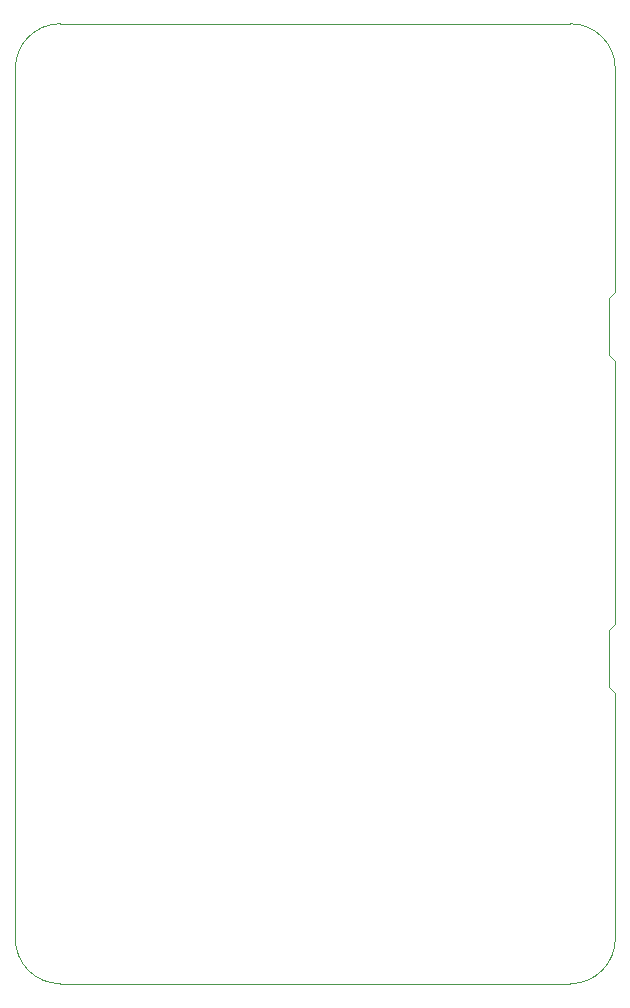
<source format=gm1>
G04 #@! TF.GenerationSoftware,KiCad,Pcbnew,(5.1.5)-3*
G04 #@! TF.CreationDate,2021-07-31T13:35:11-07:00*
G04 #@! TF.ProjectId,allfc,616c6c66-632e-46b6-9963-61645f706362,rev?*
G04 #@! TF.SameCoordinates,Original*
G04 #@! TF.FileFunction,Profile,NP*
%FSLAX46Y46*%
G04 Gerber Fmt 4.6, Leading zero omitted, Abs format (unit mm)*
G04 Created by KiCad (PCBNEW (5.1.5)-3) date 2021-07-31 13:35:11*
%MOMM*%
%LPD*%
G04 APERTURE LIST*
%ADD10C,0.050000*%
G04 APERTURE END LIST*
D10*
X116840000Y-120142000D02*
X116840000Y-140970000D01*
X116332000Y-119634000D02*
X116332000Y-114808000D01*
X116840000Y-114300000D02*
X116332000Y-114808000D01*
X116840000Y-120142000D02*
X116332000Y-119634000D01*
X116332000Y-91567000D02*
X116332000Y-86741000D01*
X116840000Y-92075000D02*
X116332000Y-91567000D01*
X116840000Y-86233000D02*
X116332000Y-86741000D01*
X116840000Y-92075000D02*
X116840000Y-114300000D01*
X69850000Y-144780000D02*
G75*
G02X66040000Y-140970000I0J3810000D01*
G01*
X116840000Y-140970000D02*
G75*
G02X113030000Y-144780000I-3810000J0D01*
G01*
X113030000Y-63500000D02*
G75*
G02X116840000Y-67310000I0J-3810000D01*
G01*
X66040000Y-67310000D02*
G75*
G02X69850000Y-63500000I3810000J0D01*
G01*
X66040000Y-140970000D02*
X66040000Y-67310000D01*
X113030000Y-144780000D02*
X69850000Y-144780000D01*
X116840000Y-67310000D02*
X116840000Y-86233000D01*
X69850000Y-63500000D02*
X113030000Y-63500000D01*
M02*

</source>
